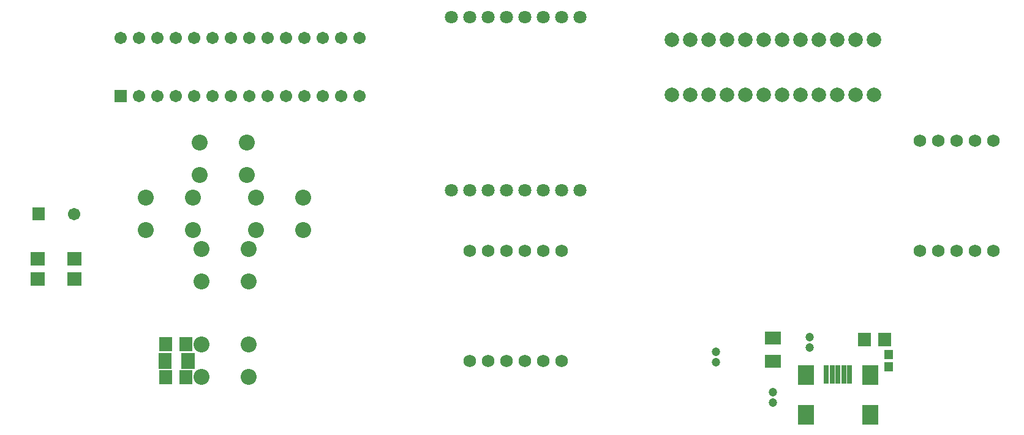
<source format=gts>
G04 Layer: TopSolderMaskLayer*
G04 EasyEDA v6.3.22, 2020-04-19T15:25:33+02:00*
G04 9585e20cbaa244c19a7501b8b38ea314,91c4fea8558b4139a52e513319813ad2,10*
G04 Gerber Generator version 0.2*
G04 Scale: 100 percent, Rotated: No, Reflected: No *
G04 Dimensions in millimeters *
G04 leading zeros omitted , absolute positions ,3 integer and 3 decimal *
%FSLAX33Y33*%
%MOMM*%
G90*
G71D02*

%ADD38C,1.727200*%
%ADD39C,1.203198*%
%ADD44C,1.703197*%
%ADD46C,1.803197*%
%ADD48C,2.003196*%
%ADD49C,2.203196*%

%LPD*%
G36*
G01X113766Y7030D02*
G01X113766Y9532D01*
G01X114469Y9532D01*
G01X114469Y7030D01*
G01X113766Y7030D01*
G37*
G36*
G01X114566Y7030D02*
G01X114566Y9532D01*
G01X115267Y9532D01*
G01X115267Y7030D01*
G01X114566Y7030D01*
G37*
G36*
G01X115366Y7030D02*
G01X115366Y9532D01*
G01X116067Y9532D01*
G01X116067Y7030D01*
G01X115366Y7030D01*
G37*
G36*
G01X116166Y7030D02*
G01X116166Y9532D01*
G01X116867Y9532D01*
G01X116867Y7030D01*
G01X116166Y7030D01*
G37*
G36*
G01X116964Y7030D02*
G01X116964Y9532D01*
G01X117667Y9532D01*
G01X117667Y7030D01*
G01X116964Y7030D01*
G37*
G36*
G01X119064Y6829D02*
G01X119064Y9532D01*
G01X121269Y9532D01*
G01X121269Y6829D01*
G01X119064Y6829D01*
G37*
G36*
G01X119064Y1328D02*
G01X119064Y4033D01*
G01X121269Y4033D01*
G01X121269Y1328D01*
G01X119064Y1328D01*
G37*
G36*
G01X110164Y6829D02*
G01X110164Y9532D01*
G01X112369Y9532D01*
G01X112369Y6829D01*
G01X110164Y6829D01*
G37*
G36*
G01X110164Y1328D02*
G01X110164Y4033D01*
G01X112369Y4033D01*
G01X112369Y1328D01*
G01X110164Y1328D01*
G37*
G54D38*
G01X64790Y10179D03*
G01X67330Y10179D03*
G01X69870Y10179D03*
G01X72410Y10179D03*
G01X74950Y10179D03*
G01X77490Y10179D03*
G01X77490Y25419D03*
G01X74950Y25419D03*
G01X72410Y25419D03*
G01X69870Y25419D03*
G01X67330Y25419D03*
G01X64790Y25419D03*
G01X127020Y25419D03*
G01X129560Y25419D03*
G01X132100Y25419D03*
G01X134640Y25419D03*
G01X137180Y25419D03*
G01X137180Y40659D03*
G01X134640Y40659D03*
G01X132100Y40659D03*
G01X129560Y40659D03*
G01X127020Y40659D03*
G54D39*
G01X98826Y9937D03*
G01X98826Y11438D03*
G01X106700Y4349D03*
G01X106700Y5850D03*
G01X111780Y11969D03*
G01X111780Y13470D03*
G36*
G01X118498Y12148D02*
G01X118498Y14053D01*
G01X120301Y14053D01*
G01X120301Y12148D01*
G01X118498Y12148D01*
G37*
G36*
G01X121292Y12148D02*
G01X121292Y14053D01*
G01X123095Y14053D01*
G01X123095Y12148D01*
G01X121292Y12148D01*
G37*
G36*
G01X24645Y11513D02*
G01X24645Y13418D01*
G01X26448Y13418D01*
G01X26448Y11513D01*
G01X24645Y11513D01*
G37*
G36*
G01X21851Y11513D02*
G01X21851Y13418D01*
G01X23654Y13418D01*
G01X23654Y11513D01*
G01X21851Y11513D01*
G37*
G36*
G01X21851Y6941D02*
G01X21851Y8846D01*
G01X23654Y8846D01*
G01X23654Y6941D01*
G01X21851Y6941D01*
G37*
G36*
G01X24645Y6941D02*
G01X24645Y8846D01*
G01X26448Y8846D01*
G01X26448Y6941D01*
G01X24645Y6941D01*
G37*
G36*
G01X24975Y9077D02*
G01X24975Y11282D01*
G01X26778Y11282D01*
G01X26778Y9077D01*
G01X24975Y9077D01*
G37*
G36*
G01X21775Y9077D02*
G01X21775Y11282D01*
G01X23578Y11282D01*
G01X23578Y9077D01*
G01X21775Y9077D01*
G37*
G36*
G01X105597Y9202D02*
G01X105597Y11005D01*
G01X107802Y11005D01*
G01X107802Y9202D01*
G01X105597Y9202D01*
G37*
G36*
G01X105597Y12402D02*
G01X105597Y14205D01*
G01X107802Y14205D01*
G01X107802Y12402D01*
G01X105597Y12402D01*
G37*
G36*
G01X15679Y45968D02*
G01X15679Y47670D01*
G01X17380Y47670D01*
G01X17380Y45968D01*
G01X15679Y45968D01*
G37*
G54D44*
G01X19070Y46820D03*
G01X21610Y46820D03*
G01X24150Y46820D03*
G01X26690Y46820D03*
G01X29230Y46820D03*
G01X31770Y46820D03*
G01X34310Y46820D03*
G01X36850Y46820D03*
G01X39390Y46820D03*
G01X41930Y46820D03*
G01X44470Y46820D03*
G01X47010Y46820D03*
G01X49550Y46820D03*
G01X16530Y54819D03*
G01X19070Y54819D03*
G01X21610Y54819D03*
G01X24150Y54819D03*
G01X26690Y54819D03*
G01X29230Y54819D03*
G01X31770Y54819D03*
G01X34310Y54819D03*
G01X36850Y54819D03*
G01X39390Y54819D03*
G01X41930Y54819D03*
G01X44470Y54819D03*
G01X47010Y54819D03*
G01X49550Y54819D03*
G36*
G01X122105Y10383D02*
G01X122105Y11678D01*
G01X123298Y11678D01*
G01X123298Y10383D01*
G01X122105Y10383D01*
G37*
G36*
G01X122105Y8681D02*
G01X122105Y9976D01*
G01X123298Y9976D01*
G01X123298Y8681D01*
G01X122105Y8681D01*
G37*
G54D46*
G01X62250Y33741D03*
G01X64790Y33741D03*
G01X67330Y33741D03*
G01X69870Y33741D03*
G01X72410Y33741D03*
G01X74950Y33741D03*
G01X77490Y33741D03*
G01X80030Y33741D03*
G01X80030Y57738D03*
G01X77490Y57738D03*
G01X74950Y57738D03*
G01X72410Y57738D03*
G01X69870Y57738D03*
G01X67330Y57738D03*
G01X64790Y57738D03*
G01X62250Y57738D03*
G36*
G01X9227Y20581D02*
G01X9227Y22384D01*
G01X11132Y22384D01*
G01X11132Y20581D01*
G01X9227Y20581D01*
G37*
G36*
G01X9227Y23375D02*
G01X9227Y25178D01*
G01X11132Y25178D01*
G01X11132Y23375D01*
G01X9227Y23375D01*
G37*
G36*
G01X4147Y20581D02*
G01X4147Y22384D01*
G01X6052Y22384D01*
G01X6052Y20581D01*
G01X4147Y20581D01*
G37*
G36*
G01X4147Y23375D02*
G01X4147Y25178D01*
G01X6052Y25178D01*
G01X6052Y23375D01*
G01X4147Y23375D01*
G37*
G54D48*
G01X92730Y47009D03*
G01X95270Y47009D03*
G01X107970Y47009D03*
G01X110510Y47009D03*
G01X97810Y47009D03*
G01X100350Y47009D03*
G01X105430Y47009D03*
G01X102890Y47009D03*
G01X113050Y47009D03*
G01X115590Y47009D03*
G01X118130Y47009D03*
G01X120670Y47009D03*
G01X120670Y54629D03*
G01X118130Y54629D03*
G01X115590Y54629D03*
G01X113050Y54629D03*
G01X110510Y54629D03*
G01X107970Y54629D03*
G01X105430Y54629D03*
G01X102890Y54629D03*
G01X100350Y54629D03*
G01X97810Y54629D03*
G01X95270Y54629D03*
G01X92730Y54629D03*
G54D49*
G01X27758Y12429D03*
G01X34257Y12429D03*
G01X34257Y7930D03*
G01X27758Y7930D03*
G01X27504Y40369D03*
G01X34003Y40369D03*
G01X34003Y35870D03*
G01X27504Y35870D03*
G01X20011Y32749D03*
G01X26510Y32749D03*
G01X26510Y28250D03*
G01X20011Y28250D03*
G01X27758Y25637D03*
G01X34257Y25637D03*
G01X34257Y21138D03*
G01X27758Y21138D03*
G01X35251Y32749D03*
G01X41750Y32749D03*
G01X41750Y28250D03*
G01X35251Y28250D03*
G36*
G01X4350Y29649D02*
G01X4350Y31350D01*
G01X6052Y31350D01*
G01X6052Y29649D01*
G01X4350Y29649D01*
G37*
G54D44*
G01X10078Y30499D03*
M00*
M02*

</source>
